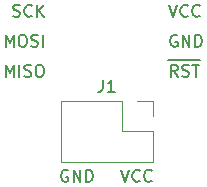
<source format=gto>
G04 #@! TF.GenerationSoftware,KiCad,Pcbnew,(5.1.5)-3*
G04 #@! TF.CreationDate,2020-11-18T22:18:38+01:00*
G04 #@! TF.ProjectId,AVRISP_breakout,41565249-5350-45f6-9272-65616b6f7574,rev?*
G04 #@! TF.SameCoordinates,Original*
G04 #@! TF.FileFunction,Legend,Top*
G04 #@! TF.FilePolarity,Positive*
%FSLAX46Y46*%
G04 Gerber Fmt 4.6, Leading zero omitted, Abs format (unit mm)*
G04 Created by KiCad (PCBNEW (5.1.5)-3) date 2020-11-18 22:18:38*
%MOMM*%
%LPD*%
G04 APERTURE LIST*
%ADD10C,0.150000*%
%ADD11C,0.120000*%
G04 APERTURE END LIST*
D10*
X126238095Y-84590000D02*
X126142857Y-84542380D01*
X126000000Y-84542380D01*
X125857142Y-84590000D01*
X125761904Y-84685238D01*
X125714285Y-84780476D01*
X125666666Y-84970952D01*
X125666666Y-85113809D01*
X125714285Y-85304285D01*
X125761904Y-85399523D01*
X125857142Y-85494761D01*
X126000000Y-85542380D01*
X126095238Y-85542380D01*
X126238095Y-85494761D01*
X126285714Y-85447142D01*
X126285714Y-85113809D01*
X126095238Y-85113809D01*
X126714285Y-85542380D02*
X126714285Y-84542380D01*
X127285714Y-85542380D01*
X127285714Y-84542380D01*
X127761904Y-85542380D02*
X127761904Y-84542380D01*
X128000000Y-84542380D01*
X128142857Y-84590000D01*
X128238095Y-84685238D01*
X128285714Y-84780476D01*
X128333333Y-84970952D01*
X128333333Y-85113809D01*
X128285714Y-85304285D01*
X128238095Y-85399523D01*
X128142857Y-85494761D01*
X128000000Y-85542380D01*
X127761904Y-85542380D01*
X130746666Y-84542380D02*
X131080000Y-85542380D01*
X131413333Y-84542380D01*
X132318095Y-85447142D02*
X132270476Y-85494761D01*
X132127619Y-85542380D01*
X132032380Y-85542380D01*
X131889523Y-85494761D01*
X131794285Y-85399523D01*
X131746666Y-85304285D01*
X131699047Y-85113809D01*
X131699047Y-84970952D01*
X131746666Y-84780476D01*
X131794285Y-84685238D01*
X131889523Y-84590000D01*
X132032380Y-84542380D01*
X132127619Y-84542380D01*
X132270476Y-84590000D01*
X132318095Y-84637619D01*
X133318095Y-85447142D02*
X133270476Y-85494761D01*
X133127619Y-85542380D01*
X133032380Y-85542380D01*
X132889523Y-85494761D01*
X132794285Y-85399523D01*
X132746666Y-85304285D01*
X132699047Y-85113809D01*
X132699047Y-84970952D01*
X132746666Y-84780476D01*
X132794285Y-84685238D01*
X132889523Y-84590000D01*
X133032380Y-84542380D01*
X133127619Y-84542380D01*
X133270476Y-84590000D01*
X133318095Y-84637619D01*
X134717500Y-75285000D02*
X135717500Y-75285000D01*
X135527023Y-76652380D02*
X135193690Y-76176190D01*
X134955595Y-76652380D02*
X134955595Y-75652380D01*
X135336547Y-75652380D01*
X135431785Y-75700000D01*
X135479404Y-75747619D01*
X135527023Y-75842857D01*
X135527023Y-75985714D01*
X135479404Y-76080952D01*
X135431785Y-76128571D01*
X135336547Y-76176190D01*
X134955595Y-76176190D01*
X135717500Y-75285000D02*
X136669880Y-75285000D01*
X135907976Y-76604761D02*
X136050833Y-76652380D01*
X136288928Y-76652380D01*
X136384166Y-76604761D01*
X136431785Y-76557142D01*
X136479404Y-76461904D01*
X136479404Y-76366666D01*
X136431785Y-76271428D01*
X136384166Y-76223809D01*
X136288928Y-76176190D01*
X136098452Y-76128571D01*
X136003214Y-76080952D01*
X135955595Y-76033333D01*
X135907976Y-75938095D01*
X135907976Y-75842857D01*
X135955595Y-75747619D01*
X136003214Y-75700000D01*
X136098452Y-75652380D01*
X136336547Y-75652380D01*
X136479404Y-75700000D01*
X136669880Y-75285000D02*
X137431785Y-75285000D01*
X136765119Y-75652380D02*
X137336547Y-75652380D01*
X137050833Y-76652380D02*
X137050833Y-75652380D01*
X135479404Y-73160000D02*
X135384166Y-73112380D01*
X135241309Y-73112380D01*
X135098452Y-73160000D01*
X135003214Y-73255238D01*
X134955595Y-73350476D01*
X134907976Y-73540952D01*
X134907976Y-73683809D01*
X134955595Y-73874285D01*
X135003214Y-73969523D01*
X135098452Y-74064761D01*
X135241309Y-74112380D01*
X135336547Y-74112380D01*
X135479404Y-74064761D01*
X135527023Y-74017142D01*
X135527023Y-73683809D01*
X135336547Y-73683809D01*
X135955595Y-74112380D02*
X135955595Y-73112380D01*
X136527023Y-74112380D01*
X136527023Y-73112380D01*
X137003214Y-74112380D02*
X137003214Y-73112380D01*
X137241309Y-73112380D01*
X137384166Y-73160000D01*
X137479404Y-73255238D01*
X137527023Y-73350476D01*
X137574642Y-73540952D01*
X137574642Y-73683809D01*
X137527023Y-73874285D01*
X137479404Y-73969523D01*
X137384166Y-74064761D01*
X137241309Y-74112380D01*
X137003214Y-74112380D01*
X134812738Y-70572380D02*
X135146071Y-71572380D01*
X135479404Y-70572380D01*
X136384166Y-71477142D02*
X136336547Y-71524761D01*
X136193690Y-71572380D01*
X136098452Y-71572380D01*
X135955595Y-71524761D01*
X135860357Y-71429523D01*
X135812738Y-71334285D01*
X135765119Y-71143809D01*
X135765119Y-71000952D01*
X135812738Y-70810476D01*
X135860357Y-70715238D01*
X135955595Y-70620000D01*
X136098452Y-70572380D01*
X136193690Y-70572380D01*
X136336547Y-70620000D01*
X136384166Y-70667619D01*
X137384166Y-71477142D02*
X137336547Y-71524761D01*
X137193690Y-71572380D01*
X137098452Y-71572380D01*
X136955595Y-71524761D01*
X136860357Y-71429523D01*
X136812738Y-71334285D01*
X136765119Y-71143809D01*
X136765119Y-71000952D01*
X136812738Y-70810476D01*
X136860357Y-70715238D01*
X136955595Y-70620000D01*
X137098452Y-70572380D01*
X137193690Y-70572380D01*
X137336547Y-70620000D01*
X137384166Y-70667619D01*
X120981547Y-76652380D02*
X120981547Y-75652380D01*
X121314880Y-76366666D01*
X121648214Y-75652380D01*
X121648214Y-76652380D01*
X122124404Y-76652380D02*
X122124404Y-75652380D01*
X122552976Y-76604761D02*
X122695833Y-76652380D01*
X122933928Y-76652380D01*
X123029166Y-76604761D01*
X123076785Y-76557142D01*
X123124404Y-76461904D01*
X123124404Y-76366666D01*
X123076785Y-76271428D01*
X123029166Y-76223809D01*
X122933928Y-76176190D01*
X122743452Y-76128571D01*
X122648214Y-76080952D01*
X122600595Y-76033333D01*
X122552976Y-75938095D01*
X122552976Y-75842857D01*
X122600595Y-75747619D01*
X122648214Y-75700000D01*
X122743452Y-75652380D01*
X122981547Y-75652380D01*
X123124404Y-75700000D01*
X123743452Y-75652380D02*
X123933928Y-75652380D01*
X124029166Y-75700000D01*
X124124404Y-75795238D01*
X124172023Y-75985714D01*
X124172023Y-76319047D01*
X124124404Y-76509523D01*
X124029166Y-76604761D01*
X123933928Y-76652380D01*
X123743452Y-76652380D01*
X123648214Y-76604761D01*
X123552976Y-76509523D01*
X123505357Y-76319047D01*
X123505357Y-75985714D01*
X123552976Y-75795238D01*
X123648214Y-75700000D01*
X123743452Y-75652380D01*
X120981547Y-74112380D02*
X120981547Y-73112380D01*
X121314880Y-73826666D01*
X121648214Y-73112380D01*
X121648214Y-74112380D01*
X122314880Y-73112380D02*
X122505357Y-73112380D01*
X122600595Y-73160000D01*
X122695833Y-73255238D01*
X122743452Y-73445714D01*
X122743452Y-73779047D01*
X122695833Y-73969523D01*
X122600595Y-74064761D01*
X122505357Y-74112380D01*
X122314880Y-74112380D01*
X122219642Y-74064761D01*
X122124404Y-73969523D01*
X122076785Y-73779047D01*
X122076785Y-73445714D01*
X122124404Y-73255238D01*
X122219642Y-73160000D01*
X122314880Y-73112380D01*
X123124404Y-74064761D02*
X123267261Y-74112380D01*
X123505357Y-74112380D01*
X123600595Y-74064761D01*
X123648214Y-74017142D01*
X123695833Y-73921904D01*
X123695833Y-73826666D01*
X123648214Y-73731428D01*
X123600595Y-73683809D01*
X123505357Y-73636190D01*
X123314880Y-73588571D01*
X123219642Y-73540952D01*
X123172023Y-73493333D01*
X123124404Y-73398095D01*
X123124404Y-73302857D01*
X123172023Y-73207619D01*
X123219642Y-73160000D01*
X123314880Y-73112380D01*
X123552976Y-73112380D01*
X123695833Y-73160000D01*
X124124404Y-74112380D02*
X124124404Y-73112380D01*
X121600595Y-71524761D02*
X121743452Y-71572380D01*
X121981547Y-71572380D01*
X122076785Y-71524761D01*
X122124404Y-71477142D01*
X122172023Y-71381904D01*
X122172023Y-71286666D01*
X122124404Y-71191428D01*
X122076785Y-71143809D01*
X121981547Y-71096190D01*
X121791071Y-71048571D01*
X121695833Y-71000952D01*
X121648214Y-70953333D01*
X121600595Y-70858095D01*
X121600595Y-70762857D01*
X121648214Y-70667619D01*
X121695833Y-70620000D01*
X121791071Y-70572380D01*
X122029166Y-70572380D01*
X122172023Y-70620000D01*
X123172023Y-71477142D02*
X123124404Y-71524761D01*
X122981547Y-71572380D01*
X122886309Y-71572380D01*
X122743452Y-71524761D01*
X122648214Y-71429523D01*
X122600595Y-71334285D01*
X122552976Y-71143809D01*
X122552976Y-71000952D01*
X122600595Y-70810476D01*
X122648214Y-70715238D01*
X122743452Y-70620000D01*
X122886309Y-70572380D01*
X122981547Y-70572380D01*
X123124404Y-70620000D01*
X123172023Y-70667619D01*
X123600595Y-71572380D02*
X123600595Y-70572380D01*
X124172023Y-71572380D02*
X123743452Y-71000952D01*
X124172023Y-70572380D02*
X123600595Y-71143809D01*
D11*
X133410000Y-78680000D02*
X133410000Y-80010000D01*
X132080000Y-78680000D02*
X133410000Y-78680000D01*
X133410000Y-81280000D02*
X133410000Y-83880000D01*
X130810000Y-81280000D02*
X133410000Y-81280000D01*
X130810000Y-78680000D02*
X130810000Y-81280000D01*
X133410000Y-83880000D02*
X125670000Y-83880000D01*
X130810000Y-78680000D02*
X125670000Y-78680000D01*
X125670000Y-78680000D02*
X125670000Y-83880000D01*
D10*
X129206666Y-76922380D02*
X129206666Y-77636666D01*
X129159047Y-77779523D01*
X129063809Y-77874761D01*
X128920952Y-77922380D01*
X128825714Y-77922380D01*
X130206666Y-77922380D02*
X129635238Y-77922380D01*
X129920952Y-77922380D02*
X129920952Y-76922380D01*
X129825714Y-77065238D01*
X129730476Y-77160476D01*
X129635238Y-77208095D01*
M02*

</source>
